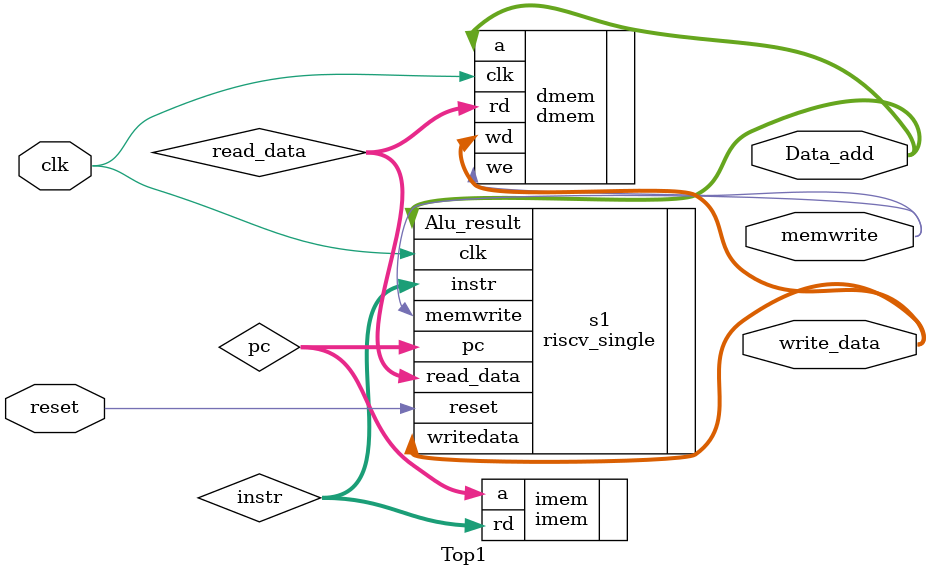
<source format=sv>
module Top1(input logic clk,reset,
	   output logic [31:0] write_data,Data_add,
	   output logic memwrite);

logic [31:0] pc,instr,read_data;

riscv_single s1(.clk(clk),.reset(reset),.instr(instr),.pc(pc),.Alu_result(Data_add),.writedata(write_data),.read_data(read_data),.memwrite(memwrite));
imem imem(.a(pc),.rd(instr));
dmem dmem(.clk(clk),.we(memwrite),.a(Data_add),.wd(write_data),.rd(read_data));

endmodule

</source>
